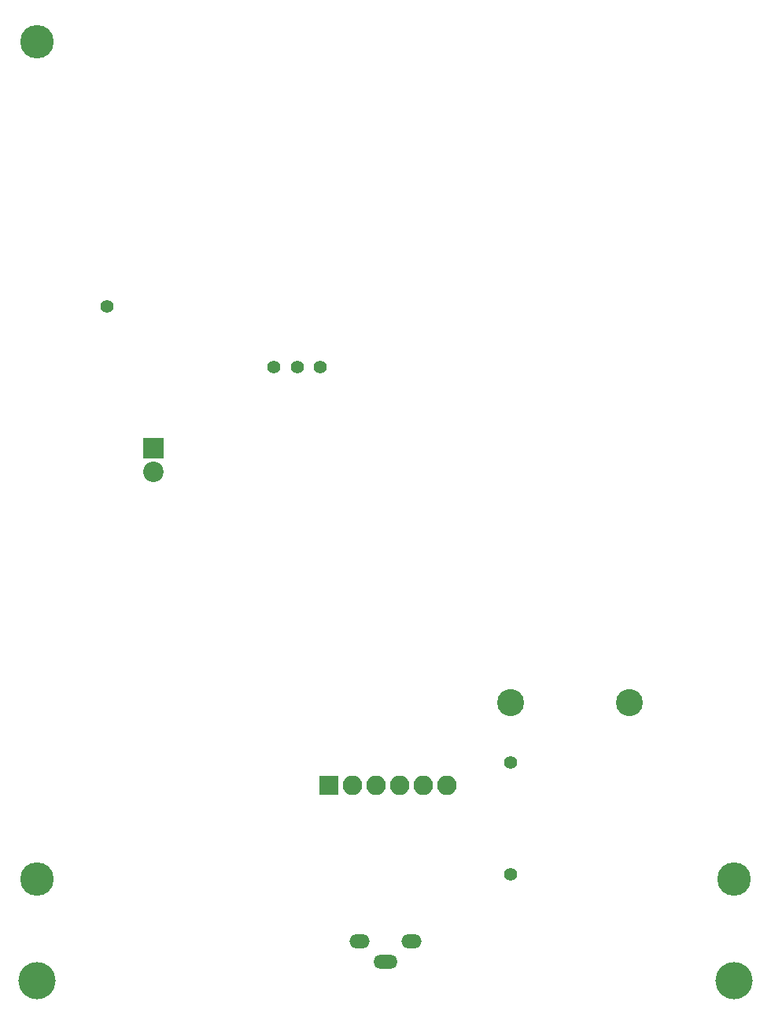
<source format=gbr>
G04 #@! TF.FileFunction,Soldermask,Bot*
%FSLAX46Y46*%
G04 Gerber Fmt 4.6, Leading zero omitted, Abs format (unit mm)*
G04 Created by KiCad (PCBNEW 4.0.7-e2-6376~61~ubuntu18.04.1) date Tue Jul  3 09:25:50 2018*
%MOMM*%
%LPD*%
G01*
G04 APERTURE LIST*
%ADD10C,0.100000*%
%ADD11C,2.900000*%
%ADD12R,2.100000X2.100000*%
%ADD13O,2.100000X2.100000*%
%ADD14C,3.600400*%
%ADD15R,2.200000X2.200000*%
%ADD16C,2.200000*%
%ADD17C,1.400000*%
%ADD18C,4.000000*%
%ADD19O,2.200000X1.500000*%
%ADD20O,2.600000X1.500000*%
G04 APERTURE END LIST*
D10*
D11*
X168500000Y-106100000D03*
X181300000Y-106100000D03*
D12*
X148920000Y-115000000D03*
D13*
X151460000Y-115000000D03*
X154000000Y-115000000D03*
X156540000Y-115000000D03*
X159080000Y-115000000D03*
X161620000Y-115000000D03*
D14*
X117500000Y-125000000D03*
X192500000Y-125000000D03*
X117500000Y-35000000D03*
D15*
X130000000Y-78750000D03*
D16*
X130000000Y-81290000D03*
D17*
X168500000Y-112500000D03*
X168500000Y-124500000D03*
X145500000Y-70000000D03*
X148000000Y-70000000D03*
X143000000Y-70000000D03*
D18*
X192500000Y-136000000D03*
D17*
X125000000Y-63500000D03*
D18*
X117500000Y-136000000D03*
D19*
X152200000Y-131750000D03*
X157800000Y-131750000D03*
D20*
X155000000Y-133900000D03*
M02*

</source>
